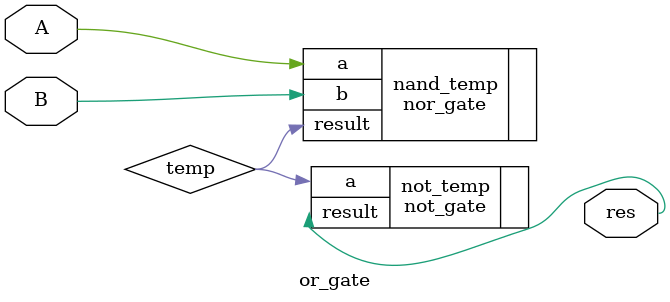
<source format=v>
`include "../nor/nor.v"
module or_gate(input A, input B, output res);

	wire temp;
	nor_gate nand_temp(
		.a(A),
		.b(B),
		.result(temp)
	);
	not_gate not_temp(
		.a(temp),
		.result(res)
	);

endmodule
</source>
